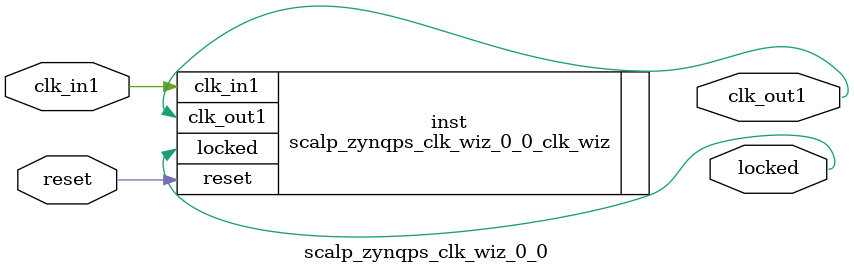
<source format=v>


`timescale 1ps/1ps

(* CORE_GENERATION_INFO = "scalp_zynqps_clk_wiz_0_0,clk_wiz_v6_0_13_0_0,{component_name=scalp_zynqps_clk_wiz_0_0,use_phase_alignment=true,use_min_o_jitter=false,use_max_i_jitter=false,use_dyn_phase_shift=false,use_inclk_switchover=false,use_dyn_reconfig=false,enable_axi=0,feedback_source=FDBK_AUTO,PRIMITIVE=MMCM,num_out_clk=1,clkin1_period=8.000,clkin2_period=10.000,use_power_down=false,use_reset=true,use_locked=true,use_inclk_stopped=false,feedback_type=SINGLE,CLOCK_MGR_TYPE=NA,manual_override=false}" *)

module scalp_zynqps_clk_wiz_0_0 
 (
  // Clock out ports
  output        clk_out1,
  // Status and control signals
  input         reset,
  output        locked,
 // Clock in ports
  input         clk_in1
 );

  scalp_zynqps_clk_wiz_0_0_clk_wiz inst
  (
  // Clock out ports  
  .clk_out1(clk_out1),
  // Status and control signals               
  .reset(reset), 
  .locked(locked),
 // Clock in ports
  .clk_in1(clk_in1)
  );

endmodule

</source>
